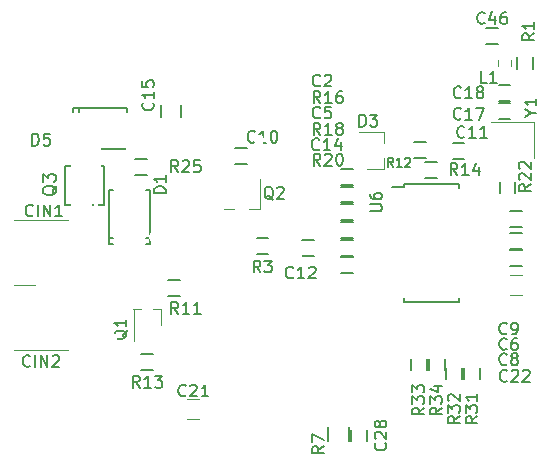
<source format=gto>
G04 #@! TF.FileFunction,Legend,Top*
%FSLAX46Y46*%
G04 Gerber Fmt 4.6, Leading zero omitted, Abs format (unit mm)*
G04 Created by KiCad (PCBNEW 4.0.7-e0-6372~58~ubuntu16.10.1) date Thu Nov  8 17:11:35 2018*
%MOMM*%
%LPD*%
G01*
G04 APERTURE LIST*
%ADD10C,0.150000*%
%ADD11C,0.120000*%
%ADD12C,1.300000*%
%ADD13C,4.000000*%
%ADD14C,2.000000*%
%ADD15R,1.250000X1.000000*%
%ADD16R,1.800860X2.499360*%
%ADD17R,2.499360X1.800860*%
%ADD18R,1.050000X1.050000*%
%ADD19C,1.050000*%
%ADD20R,0.900000X0.900000*%
%ADD21R,0.405000X1.300000*%
%ADD22R,2.235000X1.725000*%
%ADD23R,1.300000X1.000000*%
%ADD24R,1.100000X0.400000*%
%ADD25C,2.500000*%
%ADD26R,0.450000X1.500000*%
%ADD27R,1.000000X1.400000*%
%ADD28R,0.900000X0.800000*%
%ADD29R,1.900000X1.900000*%
%ADD30C,1.900000*%
%ADD31C,1.600000*%
%ADD32R,0.600000X0.600000*%
%ADD33R,1.000000X1.250000*%
%ADD34R,1.600000X1.100000*%
%ADD35R,2.400000X5.000000*%
%ADD36C,0.600000*%
%ADD37C,0.889000*%
%ADD38C,0.254000*%
G04 APERTURE END LIST*
D10*
X8852381Y-18854762D02*
X8800000Y-18959524D01*
X8695238Y-19064286D01*
X8538095Y-19221429D01*
X8485714Y-19326190D01*
X8485714Y-19430952D01*
X8747619Y-19378571D02*
X8695238Y-19483333D01*
X8590476Y-19588095D01*
X8380952Y-19640476D01*
X8014286Y-19640476D01*
X7804762Y-19588095D01*
X7700000Y-19483333D01*
X7647619Y-19378571D01*
X7647619Y-19169048D01*
X7700000Y-19064286D01*
X7804762Y-18959524D01*
X8014286Y-18907143D01*
X8380952Y-18907143D01*
X8590476Y-18959524D01*
X8695238Y-19064286D01*
X8747619Y-19169048D01*
X8747619Y-19378571D01*
X7647619Y-18540476D02*
X7647619Y-17859524D01*
X8066667Y-18226190D01*
X8066667Y-18069048D01*
X8119048Y-17964286D01*
X8171429Y-17911905D01*
X8276190Y-17859524D01*
X8538095Y-17859524D01*
X8642857Y-17911905D01*
X8695238Y-17964286D01*
X8747619Y-18069048D01*
X8747619Y-18383333D01*
X8695238Y-18488095D01*
X8642857Y-18540476D01*
X19350000Y-13000000D02*
X19350000Y-12000000D01*
X17650000Y-12000000D02*
X17650000Y-13000000D01*
X16750060Y-23299140D02*
X16399540Y-23299140D01*
X13249940Y-23299140D02*
X13600460Y-23299140D01*
X16750060Y-19249560D02*
X16399540Y-19249560D01*
X16750060Y-23750440D02*
X16399540Y-23750440D01*
X13249940Y-23750440D02*
X13600460Y-23750440D01*
X13249940Y-19249560D02*
X13600460Y-19249560D01*
X16750060Y-23750440D02*
X16750060Y-19249560D01*
X13249940Y-23750440D02*
X13249940Y-19249560D01*
X10700860Y-15750060D02*
X10700860Y-15399540D01*
X10700860Y-12249940D02*
X10700860Y-12600460D01*
X14750440Y-15750060D02*
X14750440Y-15399540D01*
X10249560Y-15750060D02*
X10249560Y-15399540D01*
X10249560Y-12249940D02*
X10249560Y-12600460D01*
X14750440Y-12249940D02*
X14750440Y-12600460D01*
X10249560Y-15750060D02*
X14750440Y-15750060D01*
X10249560Y-12249940D02*
X14750440Y-12249940D01*
X15500000Y-16575000D02*
X16500000Y-16575000D01*
X16500000Y-17925000D02*
X15500000Y-17925000D01*
X9550000Y-18800000D02*
X9550000Y-17150000D01*
X9550000Y-17150000D02*
X12850000Y-17150000D01*
X12850000Y-17150000D02*
X12850000Y-20450000D01*
X12850000Y-20450000D02*
X9550000Y-20450000D01*
X9550000Y-20450000D02*
X9550000Y-18750000D01*
X33575000Y-39300000D02*
X33575000Y-40500000D01*
X31825000Y-40500000D02*
X31825000Y-39300000D01*
X38275000Y-18725000D02*
X38275000Y-18950000D01*
X42925000Y-18725000D02*
X42925000Y-19050000D01*
X42925000Y-28675000D02*
X42925000Y-28350000D01*
X38275000Y-28675000D02*
X38275000Y-28350000D01*
X38275000Y-18725000D02*
X42925000Y-18725000D01*
X38275000Y-28675000D02*
X42925000Y-28675000D01*
X38275000Y-18950000D02*
X37200000Y-18950000D01*
D11*
X17000000Y-29265000D02*
X17660000Y-29265000D01*
X15330000Y-29265000D02*
X16000000Y-29265000D01*
X15340000Y-29265000D02*
X15340000Y-32000000D01*
X17660000Y-30675000D02*
X17660000Y-29265000D01*
X23800000Y-20850000D02*
X23000000Y-20850000D01*
X26050000Y-18250000D02*
X26050000Y-20850000D01*
X26050000Y-20850000D02*
X25100000Y-20850000D01*
X36580000Y-17440000D02*
X36580000Y-16510000D01*
X36580000Y-14280000D02*
X36580000Y-15210000D01*
X36580000Y-14280000D02*
X34420000Y-14280000D01*
X36580000Y-17440000D02*
X35120000Y-17440000D01*
D10*
X26750000Y-24675000D02*
X25750000Y-24675000D01*
X25750000Y-23325000D02*
X26750000Y-23325000D01*
X18250000Y-26825000D02*
X19250000Y-26825000D01*
X19250000Y-28175000D02*
X18250000Y-28175000D01*
X40100000Y-16525000D02*
X39100000Y-16525000D01*
X39100000Y-15175000D02*
X40100000Y-15175000D01*
X17000000Y-34425000D02*
X16000000Y-34425000D01*
X16000000Y-33075000D02*
X17000000Y-33075000D01*
X40000000Y-16825000D02*
X41000000Y-16825000D01*
X41000000Y-18175000D02*
X40000000Y-18175000D01*
X32900000Y-18925000D02*
X33900000Y-18925000D01*
X33900000Y-20275000D02*
X32900000Y-20275000D01*
X32900000Y-21925000D02*
X33900000Y-21925000D01*
X33900000Y-23275000D02*
X32900000Y-23275000D01*
X32900000Y-24925000D02*
X33900000Y-24925000D01*
X33900000Y-26275000D02*
X32900000Y-26275000D01*
D11*
X46220000Y-8250000D02*
X46220000Y-8750000D01*
X47280000Y-8750000D02*
X47280000Y-8250000D01*
D10*
X47825000Y-9000000D02*
X47825000Y-8000000D01*
X49175000Y-8000000D02*
X49175000Y-9000000D01*
X46325000Y-19500000D02*
X46325000Y-18500000D01*
X47675000Y-18500000D02*
X47675000Y-19500000D01*
X32900000Y-17425000D02*
X33900000Y-17425000D01*
X33900000Y-18775000D02*
X32900000Y-18775000D01*
X33900000Y-21775000D02*
X32900000Y-21775000D01*
X32900000Y-20425000D02*
X33900000Y-20425000D01*
X48250000Y-24175000D02*
X47250000Y-24175000D01*
X47250000Y-22825000D02*
X48250000Y-22825000D01*
X48250000Y-25675000D02*
X47250000Y-25675000D01*
X47250000Y-24325000D02*
X48250000Y-24325000D01*
X48250000Y-22375000D02*
X47250000Y-22375000D01*
X47250000Y-21025000D02*
X48250000Y-21025000D01*
X24950000Y-17025000D02*
X23950000Y-17025000D01*
X23950000Y-15675000D02*
X24950000Y-15675000D01*
X42350000Y-15225000D02*
X43350000Y-15225000D01*
X43350000Y-16575000D02*
X42350000Y-16575000D01*
X30600000Y-24775000D02*
X29600000Y-24775000D01*
X29600000Y-23425000D02*
X30600000Y-23425000D01*
X32900000Y-23425000D02*
X33900000Y-23425000D01*
X33900000Y-24775000D02*
X32900000Y-24775000D01*
X46250000Y-11825000D02*
X47250000Y-11825000D01*
X47250000Y-13175000D02*
X46250000Y-13175000D01*
X46250000Y-10325000D02*
X47250000Y-10325000D01*
X47250000Y-11675000D02*
X46250000Y-11675000D01*
X33725000Y-40500000D02*
X33725000Y-39500000D01*
X35075000Y-39500000D02*
X35075000Y-40500000D01*
X46200000Y-6875000D02*
X45200000Y-6875000D01*
X45200000Y-5525000D02*
X46200000Y-5525000D01*
X44675000Y-34250000D02*
X44675000Y-35250000D01*
X43325000Y-35250000D02*
X43325000Y-34250000D01*
X43175000Y-34250000D02*
X43175000Y-35250000D01*
X41825000Y-35250000D02*
X41825000Y-34250000D01*
X38825000Y-34500000D02*
X38825000Y-33500000D01*
X40175000Y-33500000D02*
X40175000Y-34500000D01*
X40325000Y-34500000D02*
X40325000Y-33500000D01*
X41675000Y-33500000D02*
X41675000Y-34500000D01*
D11*
X20900000Y-36900000D02*
X19900000Y-36900000D01*
X19900000Y-38600000D02*
X20900000Y-38600000D01*
X47250000Y-28100000D02*
X48250000Y-28100000D01*
X48250000Y-26400000D02*
X47250000Y-26400000D01*
X49250000Y-16500000D02*
X49250000Y-13500000D01*
X49250000Y-13500000D02*
X45250000Y-13500000D01*
X9800000Y-21770000D02*
X5200000Y-21770000D01*
X5200000Y-27230000D02*
X9800000Y-27230000D01*
X9800000Y-27270000D02*
X5200000Y-27270000D01*
X5200000Y-32730000D02*
X9800000Y-32730000D01*
D10*
X16957143Y-11842857D02*
X17004762Y-11890476D01*
X17052381Y-12033333D01*
X17052381Y-12128571D01*
X17004762Y-12271429D01*
X16909524Y-12366667D01*
X16814286Y-12414286D01*
X16623810Y-12461905D01*
X16480952Y-12461905D01*
X16290476Y-12414286D01*
X16195238Y-12366667D01*
X16100000Y-12271429D01*
X16052381Y-12128571D01*
X16052381Y-12033333D01*
X16100000Y-11890476D01*
X16147619Y-11842857D01*
X17052381Y-10890476D02*
X17052381Y-11461905D01*
X17052381Y-11176191D02*
X16052381Y-11176191D01*
X16195238Y-11271429D01*
X16290476Y-11366667D01*
X16338095Y-11461905D01*
X16052381Y-9985714D02*
X16052381Y-10461905D01*
X16528571Y-10509524D01*
X16480952Y-10461905D01*
X16433333Y-10366667D01*
X16433333Y-10128571D01*
X16480952Y-10033333D01*
X16528571Y-9985714D01*
X16623810Y-9938095D01*
X16861905Y-9938095D01*
X16957143Y-9985714D01*
X17004762Y-10033333D01*
X17052381Y-10128571D01*
X17052381Y-10366667D01*
X17004762Y-10461905D01*
X16957143Y-10509524D01*
X18052381Y-19488095D02*
X17052381Y-19488095D01*
X17052381Y-19250000D01*
X17100000Y-19107142D01*
X17195238Y-19011904D01*
X17290476Y-18964285D01*
X17480952Y-18916666D01*
X17623810Y-18916666D01*
X17814286Y-18964285D01*
X17909524Y-19011904D01*
X18004762Y-19107142D01*
X18052381Y-19250000D01*
X18052381Y-19488095D01*
X18052381Y-17964285D02*
X18052381Y-18535714D01*
X18052381Y-18250000D02*
X17052381Y-18250000D01*
X17195238Y-18345238D01*
X17290476Y-18440476D01*
X17338095Y-18535714D01*
X6761905Y-15452381D02*
X6761905Y-14452381D01*
X7000000Y-14452381D01*
X7142858Y-14500000D01*
X7238096Y-14595238D01*
X7285715Y-14690476D01*
X7333334Y-14880952D01*
X7333334Y-15023810D01*
X7285715Y-15214286D01*
X7238096Y-15309524D01*
X7142858Y-15404762D01*
X7000000Y-15452381D01*
X6761905Y-15452381D01*
X8238096Y-14452381D02*
X7761905Y-14452381D01*
X7714286Y-14928571D01*
X7761905Y-14880952D01*
X7857143Y-14833333D01*
X8095239Y-14833333D01*
X8190477Y-14880952D01*
X8238096Y-14928571D01*
X8285715Y-15023810D01*
X8285715Y-15261905D01*
X8238096Y-15357143D01*
X8190477Y-15404762D01*
X8095239Y-15452381D01*
X7857143Y-15452381D01*
X7761905Y-15404762D01*
X7714286Y-15357143D01*
X19107143Y-17702381D02*
X18773809Y-17226190D01*
X18535714Y-17702381D02*
X18535714Y-16702381D01*
X18916667Y-16702381D01*
X19011905Y-16750000D01*
X19059524Y-16797619D01*
X19107143Y-16892857D01*
X19107143Y-17035714D01*
X19059524Y-17130952D01*
X19011905Y-17178571D01*
X18916667Y-17226190D01*
X18535714Y-17226190D01*
X19488095Y-16797619D02*
X19535714Y-16750000D01*
X19630952Y-16702381D01*
X19869048Y-16702381D01*
X19964286Y-16750000D01*
X20011905Y-16797619D01*
X20059524Y-16892857D01*
X20059524Y-16988095D01*
X20011905Y-17130952D01*
X19440476Y-17702381D01*
X20059524Y-17702381D01*
X20964286Y-16702381D02*
X20488095Y-16702381D01*
X20440476Y-17178571D01*
X20488095Y-17130952D01*
X20583333Y-17083333D01*
X20821429Y-17083333D01*
X20916667Y-17130952D01*
X20964286Y-17178571D01*
X21011905Y-17273810D01*
X21011905Y-17511905D01*
X20964286Y-17607143D01*
X20916667Y-17654762D01*
X20821429Y-17702381D01*
X20583333Y-17702381D01*
X20488095Y-17654762D01*
X20440476Y-17607143D01*
X31452381Y-40916666D02*
X30976190Y-41250000D01*
X31452381Y-41488095D02*
X30452381Y-41488095D01*
X30452381Y-41107142D01*
X30500000Y-41011904D01*
X30547619Y-40964285D01*
X30642857Y-40916666D01*
X30785714Y-40916666D01*
X30880952Y-40964285D01*
X30928571Y-41011904D01*
X30976190Y-41107142D01*
X30976190Y-41488095D01*
X30452381Y-40583333D02*
X30452381Y-39916666D01*
X31452381Y-40345238D01*
X35352381Y-21011905D02*
X36161905Y-21011905D01*
X36257143Y-20964286D01*
X36304762Y-20916667D01*
X36352381Y-20821429D01*
X36352381Y-20630952D01*
X36304762Y-20535714D01*
X36257143Y-20488095D01*
X36161905Y-20440476D01*
X35352381Y-20440476D01*
X35352381Y-19535714D02*
X35352381Y-19726191D01*
X35400000Y-19821429D01*
X35447619Y-19869048D01*
X35590476Y-19964286D01*
X35780952Y-20011905D01*
X36161905Y-20011905D01*
X36257143Y-19964286D01*
X36304762Y-19916667D01*
X36352381Y-19821429D01*
X36352381Y-19630952D01*
X36304762Y-19535714D01*
X36257143Y-19488095D01*
X36161905Y-19440476D01*
X35923810Y-19440476D01*
X35828571Y-19488095D01*
X35780952Y-19535714D01*
X35733333Y-19630952D01*
X35733333Y-19821429D01*
X35780952Y-19916667D01*
X35828571Y-19964286D01*
X35923810Y-20011905D01*
X14797619Y-31095238D02*
X14750000Y-31190476D01*
X14654762Y-31285714D01*
X14511905Y-31428571D01*
X14464286Y-31523810D01*
X14464286Y-31619048D01*
X14702381Y-31571429D02*
X14654762Y-31666667D01*
X14559524Y-31761905D01*
X14369048Y-31809524D01*
X14035714Y-31809524D01*
X13845238Y-31761905D01*
X13750000Y-31666667D01*
X13702381Y-31571429D01*
X13702381Y-31380952D01*
X13750000Y-31285714D01*
X13845238Y-31190476D01*
X14035714Y-31142857D01*
X14369048Y-31142857D01*
X14559524Y-31190476D01*
X14654762Y-31285714D01*
X14702381Y-31380952D01*
X14702381Y-31571429D01*
X14702381Y-30190476D02*
X14702381Y-30761905D01*
X14702381Y-30476191D02*
X13702381Y-30476191D01*
X13845238Y-30571429D01*
X13940476Y-30666667D01*
X13988095Y-30761905D01*
X27154762Y-20047619D02*
X27059524Y-20000000D01*
X26964286Y-19904762D01*
X26821429Y-19761905D01*
X26726190Y-19714286D01*
X26630952Y-19714286D01*
X26678571Y-19952381D02*
X26583333Y-19904762D01*
X26488095Y-19809524D01*
X26440476Y-19619048D01*
X26440476Y-19285714D01*
X26488095Y-19095238D01*
X26583333Y-19000000D01*
X26678571Y-18952381D01*
X26869048Y-18952381D01*
X26964286Y-19000000D01*
X27059524Y-19095238D01*
X27107143Y-19285714D01*
X27107143Y-19619048D01*
X27059524Y-19809524D01*
X26964286Y-19904762D01*
X26869048Y-19952381D01*
X26678571Y-19952381D01*
X27488095Y-19047619D02*
X27535714Y-19000000D01*
X27630952Y-18952381D01*
X27869048Y-18952381D01*
X27964286Y-19000000D01*
X28011905Y-19047619D01*
X28059524Y-19142857D01*
X28059524Y-19238095D01*
X28011905Y-19380952D01*
X27440476Y-19952381D01*
X28059524Y-19952381D01*
X34461905Y-13852381D02*
X34461905Y-12852381D01*
X34700000Y-12852381D01*
X34842858Y-12900000D01*
X34938096Y-12995238D01*
X34985715Y-13090476D01*
X35033334Y-13280952D01*
X35033334Y-13423810D01*
X34985715Y-13614286D01*
X34938096Y-13709524D01*
X34842858Y-13804762D01*
X34700000Y-13852381D01*
X34461905Y-13852381D01*
X35366667Y-12852381D02*
X35985715Y-12852381D01*
X35652381Y-13233333D01*
X35795239Y-13233333D01*
X35890477Y-13280952D01*
X35938096Y-13328571D01*
X35985715Y-13423810D01*
X35985715Y-13661905D01*
X35938096Y-13757143D01*
X35890477Y-13804762D01*
X35795239Y-13852381D01*
X35509524Y-13852381D01*
X35414286Y-13804762D01*
X35366667Y-13757143D01*
X26083334Y-26202381D02*
X25750000Y-25726190D01*
X25511905Y-26202381D02*
X25511905Y-25202381D01*
X25892858Y-25202381D01*
X25988096Y-25250000D01*
X26035715Y-25297619D01*
X26083334Y-25392857D01*
X26083334Y-25535714D01*
X26035715Y-25630952D01*
X25988096Y-25678571D01*
X25892858Y-25726190D01*
X25511905Y-25726190D01*
X26416667Y-25202381D02*
X27035715Y-25202381D01*
X26702381Y-25583333D01*
X26845239Y-25583333D01*
X26940477Y-25630952D01*
X26988096Y-25678571D01*
X27035715Y-25773810D01*
X27035715Y-26011905D01*
X26988096Y-26107143D01*
X26940477Y-26154762D01*
X26845239Y-26202381D01*
X26559524Y-26202381D01*
X26464286Y-26154762D01*
X26416667Y-26107143D01*
X19107143Y-29702381D02*
X18773809Y-29226190D01*
X18535714Y-29702381D02*
X18535714Y-28702381D01*
X18916667Y-28702381D01*
X19011905Y-28750000D01*
X19059524Y-28797619D01*
X19107143Y-28892857D01*
X19107143Y-29035714D01*
X19059524Y-29130952D01*
X19011905Y-29178571D01*
X18916667Y-29226190D01*
X18535714Y-29226190D01*
X20059524Y-29702381D02*
X19488095Y-29702381D01*
X19773809Y-29702381D02*
X19773809Y-28702381D01*
X19678571Y-28845238D01*
X19583333Y-28940476D01*
X19488095Y-28988095D01*
X21011905Y-29702381D02*
X20440476Y-29702381D01*
X20726190Y-29702381D02*
X20726190Y-28702381D01*
X20630952Y-28845238D01*
X20535714Y-28940476D01*
X20440476Y-28988095D01*
X37317857Y-17239286D02*
X37067857Y-16882143D01*
X36889285Y-17239286D02*
X36889285Y-16489286D01*
X37175000Y-16489286D01*
X37246428Y-16525000D01*
X37282143Y-16560714D01*
X37317857Y-16632143D01*
X37317857Y-16739286D01*
X37282143Y-16810714D01*
X37246428Y-16846429D01*
X37175000Y-16882143D01*
X36889285Y-16882143D01*
X38032143Y-17239286D02*
X37603571Y-17239286D01*
X37817857Y-17239286D02*
X37817857Y-16489286D01*
X37746428Y-16596429D01*
X37675000Y-16667857D01*
X37603571Y-16703571D01*
X38317857Y-16560714D02*
X38353571Y-16525000D01*
X38425000Y-16489286D01*
X38603571Y-16489286D01*
X38675000Y-16525000D01*
X38710714Y-16560714D01*
X38746429Y-16632143D01*
X38746429Y-16703571D01*
X38710714Y-16810714D01*
X38282143Y-17239286D01*
X38746429Y-17239286D01*
X15857143Y-35952381D02*
X15523809Y-35476190D01*
X15285714Y-35952381D02*
X15285714Y-34952381D01*
X15666667Y-34952381D01*
X15761905Y-35000000D01*
X15809524Y-35047619D01*
X15857143Y-35142857D01*
X15857143Y-35285714D01*
X15809524Y-35380952D01*
X15761905Y-35428571D01*
X15666667Y-35476190D01*
X15285714Y-35476190D01*
X16809524Y-35952381D02*
X16238095Y-35952381D01*
X16523809Y-35952381D02*
X16523809Y-34952381D01*
X16428571Y-35095238D01*
X16333333Y-35190476D01*
X16238095Y-35238095D01*
X17142857Y-34952381D02*
X17761905Y-34952381D01*
X17428571Y-35333333D01*
X17571429Y-35333333D01*
X17666667Y-35380952D01*
X17714286Y-35428571D01*
X17761905Y-35523810D01*
X17761905Y-35761905D01*
X17714286Y-35857143D01*
X17666667Y-35904762D01*
X17571429Y-35952381D01*
X17285714Y-35952381D01*
X17190476Y-35904762D01*
X17142857Y-35857143D01*
X42757143Y-17952381D02*
X42423809Y-17476190D01*
X42185714Y-17952381D02*
X42185714Y-16952381D01*
X42566667Y-16952381D01*
X42661905Y-17000000D01*
X42709524Y-17047619D01*
X42757143Y-17142857D01*
X42757143Y-17285714D01*
X42709524Y-17380952D01*
X42661905Y-17428571D01*
X42566667Y-17476190D01*
X42185714Y-17476190D01*
X43709524Y-17952381D02*
X43138095Y-17952381D01*
X43423809Y-17952381D02*
X43423809Y-16952381D01*
X43328571Y-17095238D01*
X43233333Y-17190476D01*
X43138095Y-17238095D01*
X44566667Y-17285714D02*
X44566667Y-17952381D01*
X44328571Y-16904762D02*
X44090476Y-17619048D01*
X44709524Y-17619048D01*
X31157143Y-11852381D02*
X30823809Y-11376190D01*
X30585714Y-11852381D02*
X30585714Y-10852381D01*
X30966667Y-10852381D01*
X31061905Y-10900000D01*
X31109524Y-10947619D01*
X31157143Y-11042857D01*
X31157143Y-11185714D01*
X31109524Y-11280952D01*
X31061905Y-11328571D01*
X30966667Y-11376190D01*
X30585714Y-11376190D01*
X32109524Y-11852381D02*
X31538095Y-11852381D01*
X31823809Y-11852381D02*
X31823809Y-10852381D01*
X31728571Y-10995238D01*
X31633333Y-11090476D01*
X31538095Y-11138095D01*
X32966667Y-10852381D02*
X32776190Y-10852381D01*
X32680952Y-10900000D01*
X32633333Y-10947619D01*
X32538095Y-11090476D01*
X32490476Y-11280952D01*
X32490476Y-11661905D01*
X32538095Y-11757143D01*
X32585714Y-11804762D01*
X32680952Y-11852381D01*
X32871429Y-11852381D01*
X32966667Y-11804762D01*
X33014286Y-11757143D01*
X33061905Y-11661905D01*
X33061905Y-11423810D01*
X33014286Y-11328571D01*
X32966667Y-11280952D01*
X32871429Y-11233333D01*
X32680952Y-11233333D01*
X32585714Y-11280952D01*
X32538095Y-11328571D01*
X32490476Y-11423810D01*
X31157143Y-14552381D02*
X30823809Y-14076190D01*
X30585714Y-14552381D02*
X30585714Y-13552381D01*
X30966667Y-13552381D01*
X31061905Y-13600000D01*
X31109524Y-13647619D01*
X31157143Y-13742857D01*
X31157143Y-13885714D01*
X31109524Y-13980952D01*
X31061905Y-14028571D01*
X30966667Y-14076190D01*
X30585714Y-14076190D01*
X32109524Y-14552381D02*
X31538095Y-14552381D01*
X31823809Y-14552381D02*
X31823809Y-13552381D01*
X31728571Y-13695238D01*
X31633333Y-13790476D01*
X31538095Y-13838095D01*
X32680952Y-13980952D02*
X32585714Y-13933333D01*
X32538095Y-13885714D01*
X32490476Y-13790476D01*
X32490476Y-13742857D01*
X32538095Y-13647619D01*
X32585714Y-13600000D01*
X32680952Y-13552381D01*
X32871429Y-13552381D01*
X32966667Y-13600000D01*
X33014286Y-13647619D01*
X33061905Y-13742857D01*
X33061905Y-13790476D01*
X33014286Y-13885714D01*
X32966667Y-13933333D01*
X32871429Y-13980952D01*
X32680952Y-13980952D01*
X32585714Y-14028571D01*
X32538095Y-14076190D01*
X32490476Y-14171429D01*
X32490476Y-14361905D01*
X32538095Y-14457143D01*
X32585714Y-14504762D01*
X32680952Y-14552381D01*
X32871429Y-14552381D01*
X32966667Y-14504762D01*
X33014286Y-14457143D01*
X33061905Y-14361905D01*
X33061905Y-14171429D01*
X33014286Y-14076190D01*
X32966667Y-14028571D01*
X32871429Y-13980952D01*
X31157143Y-17152381D02*
X30823809Y-16676190D01*
X30585714Y-17152381D02*
X30585714Y-16152381D01*
X30966667Y-16152381D01*
X31061905Y-16200000D01*
X31109524Y-16247619D01*
X31157143Y-16342857D01*
X31157143Y-16485714D01*
X31109524Y-16580952D01*
X31061905Y-16628571D01*
X30966667Y-16676190D01*
X30585714Y-16676190D01*
X31538095Y-16247619D02*
X31585714Y-16200000D01*
X31680952Y-16152381D01*
X31919048Y-16152381D01*
X32014286Y-16200000D01*
X32061905Y-16247619D01*
X32109524Y-16342857D01*
X32109524Y-16438095D01*
X32061905Y-16580952D01*
X31490476Y-17152381D01*
X32109524Y-17152381D01*
X32728571Y-16152381D02*
X32823810Y-16152381D01*
X32919048Y-16200000D01*
X32966667Y-16247619D01*
X33014286Y-16342857D01*
X33061905Y-16533333D01*
X33061905Y-16771429D01*
X33014286Y-16961905D01*
X32966667Y-17057143D01*
X32919048Y-17104762D01*
X32823810Y-17152381D01*
X32728571Y-17152381D01*
X32633333Y-17104762D01*
X32585714Y-17057143D01*
X32538095Y-16961905D01*
X32490476Y-16771429D01*
X32490476Y-16533333D01*
X32538095Y-16342857D01*
X32585714Y-16247619D01*
X32633333Y-16200000D01*
X32728571Y-16152381D01*
X45233334Y-10152381D02*
X44757143Y-10152381D01*
X44757143Y-9152381D01*
X46090477Y-10152381D02*
X45519048Y-10152381D01*
X45804762Y-10152381D02*
X45804762Y-9152381D01*
X45709524Y-9295238D01*
X45614286Y-9390476D01*
X45519048Y-9438095D01*
X49252381Y-5966666D02*
X48776190Y-6300000D01*
X49252381Y-6538095D02*
X48252381Y-6538095D01*
X48252381Y-6157142D01*
X48300000Y-6061904D01*
X48347619Y-6014285D01*
X48442857Y-5966666D01*
X48585714Y-5966666D01*
X48680952Y-6014285D01*
X48728571Y-6061904D01*
X48776190Y-6157142D01*
X48776190Y-6538095D01*
X49252381Y-5014285D02*
X49252381Y-5585714D01*
X49252381Y-5300000D02*
X48252381Y-5300000D01*
X48395238Y-5395238D01*
X48490476Y-5490476D01*
X48538095Y-5585714D01*
X48952381Y-18742857D02*
X48476190Y-19076191D01*
X48952381Y-19314286D02*
X47952381Y-19314286D01*
X47952381Y-18933333D01*
X48000000Y-18838095D01*
X48047619Y-18790476D01*
X48142857Y-18742857D01*
X48285714Y-18742857D01*
X48380952Y-18790476D01*
X48428571Y-18838095D01*
X48476190Y-18933333D01*
X48476190Y-19314286D01*
X48047619Y-18361905D02*
X48000000Y-18314286D01*
X47952381Y-18219048D01*
X47952381Y-17980952D01*
X48000000Y-17885714D01*
X48047619Y-17838095D01*
X48142857Y-17790476D01*
X48238095Y-17790476D01*
X48380952Y-17838095D01*
X48952381Y-18409524D01*
X48952381Y-17790476D01*
X48047619Y-17409524D02*
X48000000Y-17361905D01*
X47952381Y-17266667D01*
X47952381Y-17028571D01*
X48000000Y-16933333D01*
X48047619Y-16885714D01*
X48142857Y-16838095D01*
X48238095Y-16838095D01*
X48380952Y-16885714D01*
X48952381Y-17457143D01*
X48952381Y-16838095D01*
X31133334Y-10357143D02*
X31085715Y-10404762D01*
X30942858Y-10452381D01*
X30847620Y-10452381D01*
X30704762Y-10404762D01*
X30609524Y-10309524D01*
X30561905Y-10214286D01*
X30514286Y-10023810D01*
X30514286Y-9880952D01*
X30561905Y-9690476D01*
X30609524Y-9595238D01*
X30704762Y-9500000D01*
X30847620Y-9452381D01*
X30942858Y-9452381D01*
X31085715Y-9500000D01*
X31133334Y-9547619D01*
X31514286Y-9547619D02*
X31561905Y-9500000D01*
X31657143Y-9452381D01*
X31895239Y-9452381D01*
X31990477Y-9500000D01*
X32038096Y-9547619D01*
X32085715Y-9642857D01*
X32085715Y-9738095D01*
X32038096Y-9880952D01*
X31466667Y-10452381D01*
X32085715Y-10452381D01*
X31133334Y-13057143D02*
X31085715Y-13104762D01*
X30942858Y-13152381D01*
X30847620Y-13152381D01*
X30704762Y-13104762D01*
X30609524Y-13009524D01*
X30561905Y-12914286D01*
X30514286Y-12723810D01*
X30514286Y-12580952D01*
X30561905Y-12390476D01*
X30609524Y-12295238D01*
X30704762Y-12200000D01*
X30847620Y-12152381D01*
X30942858Y-12152381D01*
X31085715Y-12200000D01*
X31133334Y-12247619D01*
X32038096Y-12152381D02*
X31561905Y-12152381D01*
X31514286Y-12628571D01*
X31561905Y-12580952D01*
X31657143Y-12533333D01*
X31895239Y-12533333D01*
X31990477Y-12580952D01*
X32038096Y-12628571D01*
X32085715Y-12723810D01*
X32085715Y-12961905D01*
X32038096Y-13057143D01*
X31990477Y-13104762D01*
X31895239Y-13152381D01*
X31657143Y-13152381D01*
X31561905Y-13104762D01*
X31514286Y-13057143D01*
X46933334Y-32657143D02*
X46885715Y-32704762D01*
X46742858Y-32752381D01*
X46647620Y-32752381D01*
X46504762Y-32704762D01*
X46409524Y-32609524D01*
X46361905Y-32514286D01*
X46314286Y-32323810D01*
X46314286Y-32180952D01*
X46361905Y-31990476D01*
X46409524Y-31895238D01*
X46504762Y-31800000D01*
X46647620Y-31752381D01*
X46742858Y-31752381D01*
X46885715Y-31800000D01*
X46933334Y-31847619D01*
X47790477Y-31752381D02*
X47600000Y-31752381D01*
X47504762Y-31800000D01*
X47457143Y-31847619D01*
X47361905Y-31990476D01*
X47314286Y-32180952D01*
X47314286Y-32561905D01*
X47361905Y-32657143D01*
X47409524Y-32704762D01*
X47504762Y-32752381D01*
X47695239Y-32752381D01*
X47790477Y-32704762D01*
X47838096Y-32657143D01*
X47885715Y-32561905D01*
X47885715Y-32323810D01*
X47838096Y-32228571D01*
X47790477Y-32180952D01*
X47695239Y-32133333D01*
X47504762Y-32133333D01*
X47409524Y-32180952D01*
X47361905Y-32228571D01*
X47314286Y-32323810D01*
X46933334Y-33957143D02*
X46885715Y-34004762D01*
X46742858Y-34052381D01*
X46647620Y-34052381D01*
X46504762Y-34004762D01*
X46409524Y-33909524D01*
X46361905Y-33814286D01*
X46314286Y-33623810D01*
X46314286Y-33480952D01*
X46361905Y-33290476D01*
X46409524Y-33195238D01*
X46504762Y-33100000D01*
X46647620Y-33052381D01*
X46742858Y-33052381D01*
X46885715Y-33100000D01*
X46933334Y-33147619D01*
X47504762Y-33480952D02*
X47409524Y-33433333D01*
X47361905Y-33385714D01*
X47314286Y-33290476D01*
X47314286Y-33242857D01*
X47361905Y-33147619D01*
X47409524Y-33100000D01*
X47504762Y-33052381D01*
X47695239Y-33052381D01*
X47790477Y-33100000D01*
X47838096Y-33147619D01*
X47885715Y-33242857D01*
X47885715Y-33290476D01*
X47838096Y-33385714D01*
X47790477Y-33433333D01*
X47695239Y-33480952D01*
X47504762Y-33480952D01*
X47409524Y-33528571D01*
X47361905Y-33576190D01*
X47314286Y-33671429D01*
X47314286Y-33861905D01*
X47361905Y-33957143D01*
X47409524Y-34004762D01*
X47504762Y-34052381D01*
X47695239Y-34052381D01*
X47790477Y-34004762D01*
X47838096Y-33957143D01*
X47885715Y-33861905D01*
X47885715Y-33671429D01*
X47838096Y-33576190D01*
X47790477Y-33528571D01*
X47695239Y-33480952D01*
X46933334Y-31357143D02*
X46885715Y-31404762D01*
X46742858Y-31452381D01*
X46647620Y-31452381D01*
X46504762Y-31404762D01*
X46409524Y-31309524D01*
X46361905Y-31214286D01*
X46314286Y-31023810D01*
X46314286Y-30880952D01*
X46361905Y-30690476D01*
X46409524Y-30595238D01*
X46504762Y-30500000D01*
X46647620Y-30452381D01*
X46742858Y-30452381D01*
X46885715Y-30500000D01*
X46933334Y-30547619D01*
X47409524Y-31452381D02*
X47600000Y-31452381D01*
X47695239Y-31404762D01*
X47742858Y-31357143D01*
X47838096Y-31214286D01*
X47885715Y-31023810D01*
X47885715Y-30642857D01*
X47838096Y-30547619D01*
X47790477Y-30500000D01*
X47695239Y-30452381D01*
X47504762Y-30452381D01*
X47409524Y-30500000D01*
X47361905Y-30547619D01*
X47314286Y-30642857D01*
X47314286Y-30880952D01*
X47361905Y-30976190D01*
X47409524Y-31023810D01*
X47504762Y-31071429D01*
X47695239Y-31071429D01*
X47790477Y-31023810D01*
X47838096Y-30976190D01*
X47885715Y-30880952D01*
X25607143Y-15107143D02*
X25559524Y-15154762D01*
X25416667Y-15202381D01*
X25321429Y-15202381D01*
X25178571Y-15154762D01*
X25083333Y-15059524D01*
X25035714Y-14964286D01*
X24988095Y-14773810D01*
X24988095Y-14630952D01*
X25035714Y-14440476D01*
X25083333Y-14345238D01*
X25178571Y-14250000D01*
X25321429Y-14202381D01*
X25416667Y-14202381D01*
X25559524Y-14250000D01*
X25607143Y-14297619D01*
X26559524Y-15202381D02*
X25988095Y-15202381D01*
X26273809Y-15202381D02*
X26273809Y-14202381D01*
X26178571Y-14345238D01*
X26083333Y-14440476D01*
X25988095Y-14488095D01*
X27178571Y-14202381D02*
X27273810Y-14202381D01*
X27369048Y-14250000D01*
X27416667Y-14297619D01*
X27464286Y-14392857D01*
X27511905Y-14583333D01*
X27511905Y-14821429D01*
X27464286Y-15011905D01*
X27416667Y-15107143D01*
X27369048Y-15154762D01*
X27273810Y-15202381D01*
X27178571Y-15202381D01*
X27083333Y-15154762D01*
X27035714Y-15107143D01*
X26988095Y-15011905D01*
X26940476Y-14821429D01*
X26940476Y-14583333D01*
X26988095Y-14392857D01*
X27035714Y-14297619D01*
X27083333Y-14250000D01*
X27178571Y-14202381D01*
X43357143Y-14707143D02*
X43309524Y-14754762D01*
X43166667Y-14802381D01*
X43071429Y-14802381D01*
X42928571Y-14754762D01*
X42833333Y-14659524D01*
X42785714Y-14564286D01*
X42738095Y-14373810D01*
X42738095Y-14230952D01*
X42785714Y-14040476D01*
X42833333Y-13945238D01*
X42928571Y-13850000D01*
X43071429Y-13802381D01*
X43166667Y-13802381D01*
X43309524Y-13850000D01*
X43357143Y-13897619D01*
X44309524Y-14802381D02*
X43738095Y-14802381D01*
X44023809Y-14802381D02*
X44023809Y-13802381D01*
X43928571Y-13945238D01*
X43833333Y-14040476D01*
X43738095Y-14088095D01*
X45261905Y-14802381D02*
X44690476Y-14802381D01*
X44976190Y-14802381D02*
X44976190Y-13802381D01*
X44880952Y-13945238D01*
X44785714Y-14040476D01*
X44690476Y-14088095D01*
X28857143Y-26607143D02*
X28809524Y-26654762D01*
X28666667Y-26702381D01*
X28571429Y-26702381D01*
X28428571Y-26654762D01*
X28333333Y-26559524D01*
X28285714Y-26464286D01*
X28238095Y-26273810D01*
X28238095Y-26130952D01*
X28285714Y-25940476D01*
X28333333Y-25845238D01*
X28428571Y-25750000D01*
X28571429Y-25702381D01*
X28666667Y-25702381D01*
X28809524Y-25750000D01*
X28857143Y-25797619D01*
X29809524Y-26702381D02*
X29238095Y-26702381D01*
X29523809Y-26702381D02*
X29523809Y-25702381D01*
X29428571Y-25845238D01*
X29333333Y-25940476D01*
X29238095Y-25988095D01*
X30190476Y-25797619D02*
X30238095Y-25750000D01*
X30333333Y-25702381D01*
X30571429Y-25702381D01*
X30666667Y-25750000D01*
X30714286Y-25797619D01*
X30761905Y-25892857D01*
X30761905Y-25988095D01*
X30714286Y-26130952D01*
X30142857Y-26702381D01*
X30761905Y-26702381D01*
X31057143Y-15757143D02*
X31009524Y-15804762D01*
X30866667Y-15852381D01*
X30771429Y-15852381D01*
X30628571Y-15804762D01*
X30533333Y-15709524D01*
X30485714Y-15614286D01*
X30438095Y-15423810D01*
X30438095Y-15280952D01*
X30485714Y-15090476D01*
X30533333Y-14995238D01*
X30628571Y-14900000D01*
X30771429Y-14852381D01*
X30866667Y-14852381D01*
X31009524Y-14900000D01*
X31057143Y-14947619D01*
X32009524Y-15852381D02*
X31438095Y-15852381D01*
X31723809Y-15852381D02*
X31723809Y-14852381D01*
X31628571Y-14995238D01*
X31533333Y-15090476D01*
X31438095Y-15138095D01*
X32866667Y-15185714D02*
X32866667Y-15852381D01*
X32628571Y-14804762D02*
X32390476Y-15519048D01*
X33009524Y-15519048D01*
X43057143Y-13157143D02*
X43009524Y-13204762D01*
X42866667Y-13252381D01*
X42771429Y-13252381D01*
X42628571Y-13204762D01*
X42533333Y-13109524D01*
X42485714Y-13014286D01*
X42438095Y-12823810D01*
X42438095Y-12680952D01*
X42485714Y-12490476D01*
X42533333Y-12395238D01*
X42628571Y-12300000D01*
X42771429Y-12252381D01*
X42866667Y-12252381D01*
X43009524Y-12300000D01*
X43057143Y-12347619D01*
X44009524Y-13252381D02*
X43438095Y-13252381D01*
X43723809Y-13252381D02*
X43723809Y-12252381D01*
X43628571Y-12395238D01*
X43533333Y-12490476D01*
X43438095Y-12538095D01*
X44342857Y-12252381D02*
X45009524Y-12252381D01*
X44580952Y-13252381D01*
X43057143Y-11357143D02*
X43009524Y-11404762D01*
X42866667Y-11452381D01*
X42771429Y-11452381D01*
X42628571Y-11404762D01*
X42533333Y-11309524D01*
X42485714Y-11214286D01*
X42438095Y-11023810D01*
X42438095Y-10880952D01*
X42485714Y-10690476D01*
X42533333Y-10595238D01*
X42628571Y-10500000D01*
X42771429Y-10452381D01*
X42866667Y-10452381D01*
X43009524Y-10500000D01*
X43057143Y-10547619D01*
X44009524Y-11452381D02*
X43438095Y-11452381D01*
X43723809Y-11452381D02*
X43723809Y-10452381D01*
X43628571Y-10595238D01*
X43533333Y-10690476D01*
X43438095Y-10738095D01*
X44580952Y-10880952D02*
X44485714Y-10833333D01*
X44438095Y-10785714D01*
X44390476Y-10690476D01*
X44390476Y-10642857D01*
X44438095Y-10547619D01*
X44485714Y-10500000D01*
X44580952Y-10452381D01*
X44771429Y-10452381D01*
X44866667Y-10500000D01*
X44914286Y-10547619D01*
X44961905Y-10642857D01*
X44961905Y-10690476D01*
X44914286Y-10785714D01*
X44866667Y-10833333D01*
X44771429Y-10880952D01*
X44580952Y-10880952D01*
X44485714Y-10928571D01*
X44438095Y-10976190D01*
X44390476Y-11071429D01*
X44390476Y-11261905D01*
X44438095Y-11357143D01*
X44485714Y-11404762D01*
X44580952Y-11452381D01*
X44771429Y-11452381D01*
X44866667Y-11404762D01*
X44914286Y-11357143D01*
X44961905Y-11261905D01*
X44961905Y-11071429D01*
X44914286Y-10976190D01*
X44866667Y-10928571D01*
X44771429Y-10880952D01*
X36657143Y-40642857D02*
X36704762Y-40690476D01*
X36752381Y-40833333D01*
X36752381Y-40928571D01*
X36704762Y-41071429D01*
X36609524Y-41166667D01*
X36514286Y-41214286D01*
X36323810Y-41261905D01*
X36180952Y-41261905D01*
X35990476Y-41214286D01*
X35895238Y-41166667D01*
X35800000Y-41071429D01*
X35752381Y-40928571D01*
X35752381Y-40833333D01*
X35800000Y-40690476D01*
X35847619Y-40642857D01*
X35847619Y-40261905D02*
X35800000Y-40214286D01*
X35752381Y-40119048D01*
X35752381Y-39880952D01*
X35800000Y-39785714D01*
X35847619Y-39738095D01*
X35942857Y-39690476D01*
X36038095Y-39690476D01*
X36180952Y-39738095D01*
X36752381Y-40309524D01*
X36752381Y-39690476D01*
X36180952Y-39119048D02*
X36133333Y-39214286D01*
X36085714Y-39261905D01*
X35990476Y-39309524D01*
X35942857Y-39309524D01*
X35847619Y-39261905D01*
X35800000Y-39214286D01*
X35752381Y-39119048D01*
X35752381Y-38928571D01*
X35800000Y-38833333D01*
X35847619Y-38785714D01*
X35942857Y-38738095D01*
X35990476Y-38738095D01*
X36085714Y-38785714D01*
X36133333Y-38833333D01*
X36180952Y-38928571D01*
X36180952Y-39119048D01*
X36228571Y-39214286D01*
X36276190Y-39261905D01*
X36371429Y-39309524D01*
X36561905Y-39309524D01*
X36657143Y-39261905D01*
X36704762Y-39214286D01*
X36752381Y-39119048D01*
X36752381Y-38928571D01*
X36704762Y-38833333D01*
X36657143Y-38785714D01*
X36561905Y-38738095D01*
X36371429Y-38738095D01*
X36276190Y-38785714D01*
X36228571Y-38833333D01*
X36180952Y-38928571D01*
X45057143Y-5057143D02*
X45009524Y-5104762D01*
X44866667Y-5152381D01*
X44771429Y-5152381D01*
X44628571Y-5104762D01*
X44533333Y-5009524D01*
X44485714Y-4914286D01*
X44438095Y-4723810D01*
X44438095Y-4580952D01*
X44485714Y-4390476D01*
X44533333Y-4295238D01*
X44628571Y-4200000D01*
X44771429Y-4152381D01*
X44866667Y-4152381D01*
X45009524Y-4200000D01*
X45057143Y-4247619D01*
X45914286Y-4485714D02*
X45914286Y-5152381D01*
X45676190Y-4104762D02*
X45438095Y-4819048D01*
X46057143Y-4819048D01*
X46866667Y-4152381D02*
X46676190Y-4152381D01*
X46580952Y-4200000D01*
X46533333Y-4247619D01*
X46438095Y-4390476D01*
X46390476Y-4580952D01*
X46390476Y-4961905D01*
X46438095Y-5057143D01*
X46485714Y-5104762D01*
X46580952Y-5152381D01*
X46771429Y-5152381D01*
X46866667Y-5104762D01*
X46914286Y-5057143D01*
X46961905Y-4961905D01*
X46961905Y-4723810D01*
X46914286Y-4628571D01*
X46866667Y-4580952D01*
X46771429Y-4533333D01*
X46580952Y-4533333D01*
X46485714Y-4580952D01*
X46438095Y-4628571D01*
X46390476Y-4723810D01*
X44452381Y-38392857D02*
X43976190Y-38726191D01*
X44452381Y-38964286D02*
X43452381Y-38964286D01*
X43452381Y-38583333D01*
X43500000Y-38488095D01*
X43547619Y-38440476D01*
X43642857Y-38392857D01*
X43785714Y-38392857D01*
X43880952Y-38440476D01*
X43928571Y-38488095D01*
X43976190Y-38583333D01*
X43976190Y-38964286D01*
X43452381Y-38059524D02*
X43452381Y-37440476D01*
X43833333Y-37773810D01*
X43833333Y-37630952D01*
X43880952Y-37535714D01*
X43928571Y-37488095D01*
X44023810Y-37440476D01*
X44261905Y-37440476D01*
X44357143Y-37488095D01*
X44404762Y-37535714D01*
X44452381Y-37630952D01*
X44452381Y-37916667D01*
X44404762Y-38011905D01*
X44357143Y-38059524D01*
X44452381Y-36488095D02*
X44452381Y-37059524D01*
X44452381Y-36773810D02*
X43452381Y-36773810D01*
X43595238Y-36869048D01*
X43690476Y-36964286D01*
X43738095Y-37059524D01*
X42952381Y-38392857D02*
X42476190Y-38726191D01*
X42952381Y-38964286D02*
X41952381Y-38964286D01*
X41952381Y-38583333D01*
X42000000Y-38488095D01*
X42047619Y-38440476D01*
X42142857Y-38392857D01*
X42285714Y-38392857D01*
X42380952Y-38440476D01*
X42428571Y-38488095D01*
X42476190Y-38583333D01*
X42476190Y-38964286D01*
X41952381Y-38059524D02*
X41952381Y-37440476D01*
X42333333Y-37773810D01*
X42333333Y-37630952D01*
X42380952Y-37535714D01*
X42428571Y-37488095D01*
X42523810Y-37440476D01*
X42761905Y-37440476D01*
X42857143Y-37488095D01*
X42904762Y-37535714D01*
X42952381Y-37630952D01*
X42952381Y-37916667D01*
X42904762Y-38011905D01*
X42857143Y-38059524D01*
X42047619Y-37059524D02*
X42000000Y-37011905D01*
X41952381Y-36916667D01*
X41952381Y-36678571D01*
X42000000Y-36583333D01*
X42047619Y-36535714D01*
X42142857Y-36488095D01*
X42238095Y-36488095D01*
X42380952Y-36535714D01*
X42952381Y-37107143D01*
X42952381Y-36488095D01*
X39952381Y-37642857D02*
X39476190Y-37976191D01*
X39952381Y-38214286D02*
X38952381Y-38214286D01*
X38952381Y-37833333D01*
X39000000Y-37738095D01*
X39047619Y-37690476D01*
X39142857Y-37642857D01*
X39285714Y-37642857D01*
X39380952Y-37690476D01*
X39428571Y-37738095D01*
X39476190Y-37833333D01*
X39476190Y-38214286D01*
X38952381Y-37309524D02*
X38952381Y-36690476D01*
X39333333Y-37023810D01*
X39333333Y-36880952D01*
X39380952Y-36785714D01*
X39428571Y-36738095D01*
X39523810Y-36690476D01*
X39761905Y-36690476D01*
X39857143Y-36738095D01*
X39904762Y-36785714D01*
X39952381Y-36880952D01*
X39952381Y-37166667D01*
X39904762Y-37261905D01*
X39857143Y-37309524D01*
X38952381Y-36357143D02*
X38952381Y-35738095D01*
X39333333Y-36071429D01*
X39333333Y-35928571D01*
X39380952Y-35833333D01*
X39428571Y-35785714D01*
X39523810Y-35738095D01*
X39761905Y-35738095D01*
X39857143Y-35785714D01*
X39904762Y-35833333D01*
X39952381Y-35928571D01*
X39952381Y-36214286D01*
X39904762Y-36309524D01*
X39857143Y-36357143D01*
X41452381Y-37642857D02*
X40976190Y-37976191D01*
X41452381Y-38214286D02*
X40452381Y-38214286D01*
X40452381Y-37833333D01*
X40500000Y-37738095D01*
X40547619Y-37690476D01*
X40642857Y-37642857D01*
X40785714Y-37642857D01*
X40880952Y-37690476D01*
X40928571Y-37738095D01*
X40976190Y-37833333D01*
X40976190Y-38214286D01*
X40452381Y-37309524D02*
X40452381Y-36690476D01*
X40833333Y-37023810D01*
X40833333Y-36880952D01*
X40880952Y-36785714D01*
X40928571Y-36738095D01*
X41023810Y-36690476D01*
X41261905Y-36690476D01*
X41357143Y-36738095D01*
X41404762Y-36785714D01*
X41452381Y-36880952D01*
X41452381Y-37166667D01*
X41404762Y-37261905D01*
X41357143Y-37309524D01*
X40785714Y-35833333D02*
X41452381Y-35833333D01*
X40404762Y-36071429D02*
X41119048Y-36309524D01*
X41119048Y-35690476D01*
X19757143Y-36607143D02*
X19709524Y-36654762D01*
X19566667Y-36702381D01*
X19471429Y-36702381D01*
X19328571Y-36654762D01*
X19233333Y-36559524D01*
X19185714Y-36464286D01*
X19138095Y-36273810D01*
X19138095Y-36130952D01*
X19185714Y-35940476D01*
X19233333Y-35845238D01*
X19328571Y-35750000D01*
X19471429Y-35702381D01*
X19566667Y-35702381D01*
X19709524Y-35750000D01*
X19757143Y-35797619D01*
X20138095Y-35797619D02*
X20185714Y-35750000D01*
X20280952Y-35702381D01*
X20519048Y-35702381D01*
X20614286Y-35750000D01*
X20661905Y-35797619D01*
X20709524Y-35892857D01*
X20709524Y-35988095D01*
X20661905Y-36130952D01*
X20090476Y-36702381D01*
X20709524Y-36702381D01*
X21661905Y-36702381D02*
X21090476Y-36702381D01*
X21376190Y-36702381D02*
X21376190Y-35702381D01*
X21280952Y-35845238D01*
X21185714Y-35940476D01*
X21090476Y-35988095D01*
X46957143Y-35357143D02*
X46909524Y-35404762D01*
X46766667Y-35452381D01*
X46671429Y-35452381D01*
X46528571Y-35404762D01*
X46433333Y-35309524D01*
X46385714Y-35214286D01*
X46338095Y-35023810D01*
X46338095Y-34880952D01*
X46385714Y-34690476D01*
X46433333Y-34595238D01*
X46528571Y-34500000D01*
X46671429Y-34452381D01*
X46766667Y-34452381D01*
X46909524Y-34500000D01*
X46957143Y-34547619D01*
X47338095Y-34547619D02*
X47385714Y-34500000D01*
X47480952Y-34452381D01*
X47719048Y-34452381D01*
X47814286Y-34500000D01*
X47861905Y-34547619D01*
X47909524Y-34642857D01*
X47909524Y-34738095D01*
X47861905Y-34880952D01*
X47290476Y-35452381D01*
X47909524Y-35452381D01*
X48290476Y-34547619D02*
X48338095Y-34500000D01*
X48433333Y-34452381D01*
X48671429Y-34452381D01*
X48766667Y-34500000D01*
X48814286Y-34547619D01*
X48861905Y-34642857D01*
X48861905Y-34738095D01*
X48814286Y-34880952D01*
X48242857Y-35452381D01*
X48861905Y-35452381D01*
X48976190Y-12676191D02*
X49452381Y-12676191D01*
X48452381Y-13009524D02*
X48976190Y-12676191D01*
X48452381Y-12342857D01*
X49452381Y-11485714D02*
X49452381Y-12057143D01*
X49452381Y-11771429D02*
X48452381Y-11771429D01*
X48595238Y-11866667D01*
X48690476Y-11961905D01*
X48738095Y-12057143D01*
X6821429Y-21357143D02*
X6773810Y-21404762D01*
X6630953Y-21452381D01*
X6535715Y-21452381D01*
X6392857Y-21404762D01*
X6297619Y-21309524D01*
X6250000Y-21214286D01*
X6202381Y-21023810D01*
X6202381Y-20880952D01*
X6250000Y-20690476D01*
X6297619Y-20595238D01*
X6392857Y-20500000D01*
X6535715Y-20452381D01*
X6630953Y-20452381D01*
X6773810Y-20500000D01*
X6821429Y-20547619D01*
X7250000Y-21452381D02*
X7250000Y-20452381D01*
X7726190Y-21452381D02*
X7726190Y-20452381D01*
X8297619Y-21452381D01*
X8297619Y-20452381D01*
X9297619Y-21452381D02*
X8726190Y-21452381D01*
X9011904Y-21452381D02*
X9011904Y-20452381D01*
X8916666Y-20595238D01*
X8821428Y-20690476D01*
X8726190Y-20738095D01*
X6571429Y-34107143D02*
X6523810Y-34154762D01*
X6380953Y-34202381D01*
X6285715Y-34202381D01*
X6142857Y-34154762D01*
X6047619Y-34059524D01*
X6000000Y-33964286D01*
X5952381Y-33773810D01*
X5952381Y-33630952D01*
X6000000Y-33440476D01*
X6047619Y-33345238D01*
X6142857Y-33250000D01*
X6285715Y-33202381D01*
X6380953Y-33202381D01*
X6523810Y-33250000D01*
X6571429Y-33297619D01*
X7000000Y-34202381D02*
X7000000Y-33202381D01*
X7476190Y-34202381D02*
X7476190Y-33202381D01*
X8047619Y-34202381D01*
X8047619Y-33202381D01*
X8476190Y-33297619D02*
X8523809Y-33250000D01*
X8619047Y-33202381D01*
X8857143Y-33202381D01*
X8952381Y-33250000D01*
X9000000Y-33297619D01*
X9047619Y-33392857D01*
X9047619Y-33488095D01*
X9000000Y-33630952D01*
X8428571Y-34202381D01*
X9047619Y-34202381D01*
%LPC*%
D12*
X14675000Y-8540000D03*
X8585000Y-8540000D03*
X12645000Y-8540000D03*
X10615000Y-8540000D03*
X13655000Y-10320000D03*
X11625000Y-10320000D03*
X9595000Y-10320000D03*
X7565000Y-10320000D03*
D13*
X33225000Y-6000000D03*
D14*
X3000000Y-9430000D03*
D12*
X23315000Y-10320000D03*
X25345000Y-10320000D03*
X27375000Y-10320000D03*
X29405000Y-10320000D03*
X26365000Y-8540000D03*
X28395000Y-8540000D03*
X24335000Y-8540000D03*
X30425000Y-8540000D03*
D13*
X4775000Y-6000000D03*
D14*
X35000000Y-9430000D03*
D15*
X18500000Y-11500000D03*
X18500000Y-13500000D03*
D16*
X15000000Y-23498980D03*
X15000000Y-19501020D03*
D17*
X10501020Y-14000000D03*
X14498980Y-14000000D03*
D18*
X25000000Y-43600000D03*
D19*
X23730000Y-43600000D03*
X22460000Y-43600000D03*
X21190000Y-43600000D03*
X19920000Y-43600000D03*
X23730000Y-42330000D03*
X22460000Y-42330000D03*
X21190000Y-42330000D03*
X19920000Y-42330000D03*
X25000000Y-42330000D03*
D20*
X16950000Y-17250000D03*
X15050000Y-17250000D03*
D21*
X12175000Y-17050000D03*
X11525000Y-17050000D03*
X10875000Y-17050000D03*
X10225000Y-17050000D03*
X10225000Y-20535000D03*
X10875000Y-20535000D03*
X11525000Y-20535000D03*
X12175000Y-20535000D03*
D22*
X11200000Y-18400000D03*
D23*
X32700000Y-40950000D03*
X32700000Y-38850000D03*
D24*
X37750000Y-19475000D03*
X37750000Y-20125000D03*
X37750000Y-20775000D03*
X37750000Y-21425000D03*
X37750000Y-22075000D03*
X37750000Y-22725000D03*
X37750000Y-23375000D03*
X37750000Y-24025000D03*
X37750000Y-24675000D03*
X37750000Y-25325000D03*
X37750000Y-25975000D03*
X37750000Y-26625000D03*
X37750000Y-27275000D03*
X37750000Y-27925000D03*
X43450000Y-27925000D03*
X43450000Y-27275000D03*
X43450000Y-26625000D03*
X43450000Y-25975000D03*
X43450000Y-25325000D03*
X43450000Y-24675000D03*
X43450000Y-24025000D03*
X43450000Y-23375000D03*
X43450000Y-22725000D03*
X43450000Y-22075000D03*
X43450000Y-21425000D03*
X43450000Y-20775000D03*
X43450000Y-20125000D03*
X43450000Y-19475000D03*
D25*
X4000000Y-19000000D03*
X46000000Y-41000000D03*
D26*
X15850000Y-31330000D03*
X17150000Y-31330000D03*
X16500000Y-28670000D03*
D27*
X25400000Y-18900000D03*
X23500000Y-18900000D03*
X24450000Y-21100000D03*
D28*
X34820000Y-14910000D03*
X34820000Y-16810000D03*
X36820000Y-15860000D03*
D20*
X25300000Y-24000000D03*
X27200000Y-24000000D03*
X19700000Y-27500000D03*
X17800000Y-27500000D03*
X38650000Y-15850000D03*
X40550000Y-15850000D03*
X15550000Y-33750000D03*
X17450000Y-33750000D03*
D29*
X41200000Y-13300000D03*
D30*
X38700000Y-13300000D03*
X41200000Y-10800000D03*
X38700000Y-10800000D03*
D31*
X41200000Y-3620000D03*
X38700000Y-3620000D03*
D20*
X41450000Y-17500000D03*
X39550000Y-17500000D03*
X34350000Y-19600000D03*
X32450000Y-19600000D03*
X34350000Y-22600000D03*
X32450000Y-22600000D03*
X34350000Y-25600000D03*
X32450000Y-25600000D03*
D32*
X46750000Y-9050000D03*
X46750000Y-7950000D03*
D20*
X48500000Y-7550000D03*
X48500000Y-9450000D03*
X47000000Y-18050000D03*
X47000000Y-19950000D03*
X34350000Y-18100000D03*
X32450000Y-18100000D03*
X32450000Y-21100000D03*
X34350000Y-21100000D03*
X46800000Y-23500000D03*
X48700000Y-23500000D03*
X46800000Y-25000000D03*
X48700000Y-25000000D03*
X46800000Y-21700000D03*
X48700000Y-21700000D03*
X23500000Y-16350000D03*
X25400000Y-16350000D03*
X43800000Y-15900000D03*
X41900000Y-15900000D03*
X29150000Y-24100000D03*
X31050000Y-24100000D03*
X34350000Y-24100000D03*
X32450000Y-24100000D03*
X47700000Y-12500000D03*
X45800000Y-12500000D03*
X47700000Y-11000000D03*
X45800000Y-11000000D03*
X34400000Y-39050000D03*
X34400000Y-40950000D03*
X44750000Y-6200000D03*
X46650000Y-6200000D03*
X44000000Y-35700000D03*
X44000000Y-33800000D03*
X42500000Y-35700000D03*
X42500000Y-33800000D03*
X39500000Y-33050000D03*
X39500000Y-34950000D03*
X41000000Y-33050000D03*
X41000000Y-34950000D03*
D33*
X19400000Y-37750000D03*
X21400000Y-37750000D03*
X48750000Y-27250000D03*
X46750000Y-27250000D03*
D34*
X48300000Y-14200000D03*
X46200000Y-14200000D03*
X46200000Y-15800000D03*
X48300000Y-15800000D03*
D35*
X4000000Y-24500000D03*
X11000000Y-24500000D03*
X4000000Y-30000000D03*
X11000000Y-30000000D03*
D36*
X34300000Y-38200000D03*
D37*
X2000000Y-25000000D03*
X2000000Y-23500000D03*
X15500000Y-41750000D03*
X2250000Y-29500000D03*
X1000000Y-27250000D03*
X2000000Y-22000000D03*
X12950000Y-28550000D03*
X17091421Y-23177209D03*
X16500000Y-15000000D03*
D36*
X45250000Y-8750000D03*
D37*
X44750000Y-7250000D03*
D36*
X49200000Y-20200000D03*
X49200000Y-10600000D03*
X45200000Y-11800000D03*
D37*
X45300000Y-13300000D03*
X41600000Y-23400000D03*
X37800000Y-17800000D03*
X31500000Y-18200000D03*
X48700000Y-25950000D03*
X48700000Y-22600000D03*
X21400000Y-39000000D03*
X16500000Y-13500000D03*
X33500000Y-42000000D03*
X1250000Y-42500000D03*
X1250000Y-39750000D03*
X17250000Y-48750000D03*
X19400000Y-48800000D03*
X21200000Y-48800000D03*
X22800000Y-48800000D03*
X18600000Y-33000000D03*
X42400000Y-47800000D03*
X15000000Y-15500000D03*
X28850000Y-18200000D03*
X29150000Y-25000000D03*
X31700000Y-25600000D03*
X42200000Y-20750000D03*
D36*
X35700000Y-28300000D03*
D37*
X33700000Y-36900000D03*
X31400000Y-48300000D03*
X25075000Y-37700000D03*
X36250000Y-26400000D03*
X43100000Y-42500000D03*
X37580000Y-33120000D03*
X33830000Y-14930000D03*
D36*
X25953745Y-28128822D03*
X26953746Y-27128821D03*
D37*
X15762689Y-47534010D03*
X13262689Y-47534010D03*
X11012690Y-47284010D03*
X9262689Y-47784010D03*
X10762689Y-41034010D03*
X8262689Y-41784010D03*
X12262689Y-35034010D03*
X10762689Y-35034010D03*
X9262690Y-35034009D03*
X12262689Y-38034009D03*
X10762689Y-38034009D03*
X9262690Y-38034010D03*
D36*
X9312690Y-43384010D03*
X8112690Y-43384010D03*
X8112689Y-45584009D03*
X9312690Y-45584010D03*
D37*
X8712689Y-44584010D03*
D36*
X26953746Y-30628823D03*
D37*
X25853747Y-33078823D03*
D36*
X33453747Y-34128820D03*
X33453746Y-32878821D03*
X34453748Y-31878821D03*
X35453747Y-31878821D03*
X34703747Y-27128820D03*
X33203747Y-27128822D03*
X31453747Y-27128822D03*
X28953747Y-27128820D03*
X25953745Y-31378819D03*
X27453747Y-32628823D03*
X30453745Y-32628822D03*
X31453746Y-33878822D03*
D37*
X23691421Y-23177207D03*
X20391422Y-24377207D03*
D36*
X45750000Y-17750000D03*
X45400000Y-21350000D03*
X45500000Y-19750000D03*
X31600000Y-38300000D03*
X30475000Y-39400000D03*
X22275000Y-31575000D03*
D37*
X47500000Y-5750000D03*
X46500000Y-28500000D03*
X19400000Y-39000000D03*
X33400000Y-47800000D03*
X26500000Y-49000000D03*
X25000000Y-46000000D03*
X26500000Y-46000000D03*
X26500000Y-47500000D03*
X25000000Y-47500000D03*
X25000000Y-49000000D03*
X28850000Y-20200000D03*
X27400000Y-48300000D03*
X24250000Y-33875000D03*
X36200000Y-24400000D03*
X39900000Y-30300000D03*
X43200000Y-44500000D03*
X34430000Y-33340000D03*
X33820000Y-16800000D03*
X13500000Y-31750000D03*
X13500000Y-32750000D03*
X8500000Y-23750000D03*
X7750000Y-30250000D03*
D14*
X8500000Y-28750000D03*
D37*
X9250000Y-30250000D03*
X9250000Y-27250000D03*
X7750000Y-27250000D03*
D36*
X26900000Y-40100000D03*
X44800000Y-18500000D03*
D37*
X39700000Y-24400000D03*
D36*
X39700000Y-27400000D03*
X40750000Y-39000000D03*
X40900000Y-39800000D03*
X35350000Y-17950000D03*
X35300000Y-24000000D03*
X42100000Y-39500000D03*
X42000000Y-40500000D03*
X40350000Y-28100000D03*
X41500000Y-25000000D03*
X41250000Y-30250000D03*
X42500000Y-30500000D03*
X45250000Y-26750000D03*
D37*
X26000000Y-15000000D03*
X24500000Y-14000000D03*
X23250000Y-15000000D03*
D38*
G36*
X10135689Y-46407010D02*
X7389689Y-46407010D01*
X7389690Y-42661010D01*
X10135689Y-42661009D01*
X10135689Y-46407010D01*
X10135689Y-46407010D01*
G37*
X10135689Y-46407010D02*
X7389689Y-46407010D01*
X7389690Y-42661010D01*
X10135689Y-42661009D01*
X10135689Y-46407010D01*
G36*
X12373000Y-19123000D02*
X10127000Y-19123000D01*
X10127000Y-15377000D01*
X12373000Y-15377000D01*
X12373000Y-19123000D01*
X12373000Y-19123000D01*
G37*
X12373000Y-19123000D02*
X10127000Y-19123000D01*
X10127000Y-15377000D01*
X12373000Y-15377000D01*
X12373000Y-19123000D01*
G36*
X11623000Y-22623000D02*
X10127000Y-22623000D01*
X10127000Y-19877000D01*
X11623000Y-19877000D01*
X11623000Y-22623000D01*
X11623000Y-22623000D01*
G37*
X11623000Y-22623000D02*
X10127000Y-22623000D01*
X10127000Y-19877000D01*
X11623000Y-19877000D01*
X11623000Y-22623000D01*
G36*
X10123000Y-30873000D02*
X7127000Y-30873000D01*
X7127000Y-26627000D01*
X10123000Y-26627000D01*
X10123000Y-30873000D01*
X10123000Y-30873000D01*
G37*
X10123000Y-30873000D02*
X7127000Y-30873000D01*
X7127000Y-26627000D01*
X10123000Y-26627000D01*
X10123000Y-30873000D01*
M02*

</source>
